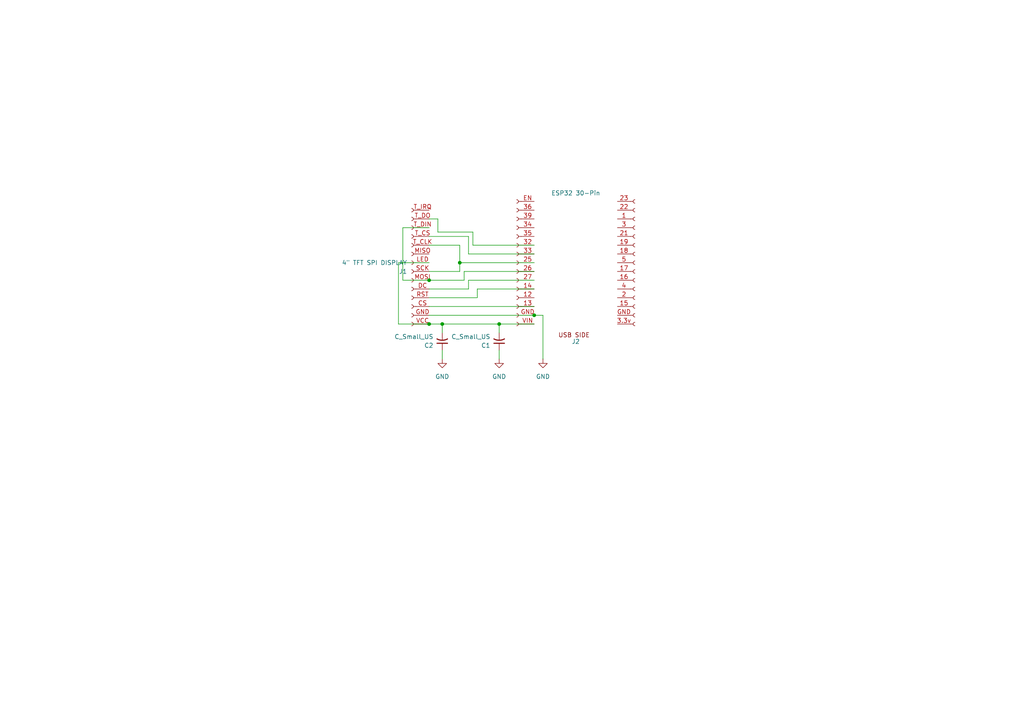
<source format=kicad_sch>
(kicad_sch (version 20250114) (generator "eeschema") (generator_version "9.0")
  (paper "A4")
  (lib_symbols
    (symbol "Connector:ESP32-30pin-Alex" (pin_names (offset 1.016) (hide yes))
      (property "Reference" "J" (at -6.731 -56.261 0))
      (property "Value" "ESP32 30-Pin" (at 1.27 -18.542 0))
      (symbol "ESP32-30pin-Alex_1_1"
        (arc (start -15.875 -20.447) (mid -15.3692 -20.955) (end -15.875 -21.463) (stroke (width 0.1524)))
        (arc (start -15.875 -22.987) (mid -15.3692 -23.495) (end -15.875 -24.003) (stroke (width 0.1524)))
        (arc (start -15.875 -25.527) (mid -15.3692 -26.035) (end -15.875 -26.543) (stroke (width 0.1524)))
        (arc (start -15.875 -28.067) (mid -15.3692 -28.575) (end -15.875 -29.083) (stroke (width 0.1524)))
        (arc (start -15.875 -30.607) (mid -15.3692 -31.115) (end -15.875 -31.623) (stroke (width 0.1524)))
        (arc (start -15.875 -33.147) (mid -15.3692 -33.655) (end -15.875 -34.163) (stroke (width 0.1524)))
        (arc (start -15.875 -35.687) (mid -15.3692 -36.195) (end -15.875 -36.703) (stroke (width 0.1524)))
        (arc (start -15.875 -38.227) (mid -15.3692 -38.735) (end -15.875 -39.243) (stroke (width 0.1524)))
        (arc (start -15.875 -40.767) (mid -15.3692 -41.275) (end -15.875 -41.783) (stroke (width 0.1524)))
        (arc (start -15.875 -43.307) (mid -15.3692 -43.815) (end -15.875 -44.323) (stroke (width 0.1524)))
        (arc (start -15.875 -45.847) (mid -15.3692 -46.355) (end -15.875 -46.863) (stroke (width 0.1524)))
        (arc (start -15.875 -48.387) (mid -15.3692 -48.895) (end -15.875 -49.403) (stroke (width 0.1524)))
        (arc (start -15.875 -50.927) (mid -15.3692 -51.435) (end -15.875 -51.943) (stroke (width 0.1524)))
        (arc (start -15.875 -53.467) (mid -15.3692 -53.975) (end -15.875 -54.483) (stroke (width 0.1524)))
        (arc (start -15.875 -56.007) (mid -15.3692 -56.515) (end -15.875 -57.023) (stroke (width 0.1524)))
        (polyline (pts (xy -14.605 -20.955) (xy -15.367 -20.955)) (stroke (width 0.1524)))
        (polyline (pts (xy -14.605 -23.495) (xy -15.367 -23.495)) (stroke (width 0.1524)))
        (polyline (pts (xy -14.605 -26.035) (xy -15.367 -26.035)) (stroke (width 0.1524)))
        (polyline (pts (xy -14.605 -28.575) (xy -15.367 -28.575)) (stroke (width 0.1524)))
        (polyline (pts (xy -14.605 -31.115) (xy -15.367 -31.115)) (stroke (width 0.1524)))
        (polyline (pts (xy -14.605 -33.655) (xy -15.367 -33.655)) (stroke (width 0.1524)))
        (polyline (pts (xy -14.605 -36.195) (xy -15.367 -36.195)) (stroke (width 0.1524)))
        (polyline (pts (xy -14.605 -38.735) (xy -15.367 -38.735)) (stroke (width 0.1524)))
        (polyline (pts (xy -14.605 -41.275) (xy -15.367 -41.275)) (stroke (width 0.1524)))
        (polyline (pts (xy -14.605 -43.815) (xy -15.367 -43.815)) (stroke (width 0.1524)))
        (polyline (pts (xy -14.605 -46.355) (xy -15.367 -46.355)) (stroke (width 0.1524)))
        (polyline (pts (xy -14.605 -48.895) (xy -15.367 -48.895)) (stroke (width 0.1524)))
        (polyline (pts (xy -14.605 -51.435) (xy -15.367 -51.435)) (stroke (width 0.1524)))
        (polyline (pts (xy -14.605 -53.975) (xy -15.367 -53.975)) (stroke (width 0.1524)))
        (polyline (pts (xy -14.605 -56.515) (xy -15.367 -56.515)) (stroke (width 0.1524)))
        (polyline (pts (xy 17.145 -20.955) (xy 17.907 -20.955)) (stroke (width 0.1524)))
        (polyline (pts (xy 17.145 -23.495) (xy 17.907 -23.495)) (stroke (width 0.1524)))
        (polyline (pts (xy 17.145 -26.035) (xy 17.907 -26.035)) (stroke (width 0.1524)))
        (polyline (pts (xy 17.145 -28.575) (xy 17.907 -28.575)) (stroke (width 0.1524)))
        (polyline (pts (xy 17.145 -31.115) (xy 17.907 -31.115)) (stroke (width 0.1524)))
        (polyline (pts (xy 17.145 -33.655) (xy 17.907 -33.655)) (stroke (width 0.1524)))
        (polyline (pts (xy 17.145 -36.195) (xy 17.907 -36.195)) (stroke (width 0.1524)))
        (polyline (pts (xy 17.145 -38.735) (xy 17.907 -38.735)) (stroke (width 0.1524)))
        (polyline (pts (xy 17.145 -41.275) (xy 17.907 -41.275)) (stroke (width 0.1524)))
        (polyline (pts (xy 17.145 -43.815) (xy 17.907 -43.815)) (stroke (width 0.1524)))
        (polyline (pts (xy 17.145 -46.355) (xy 17.907 -46.355)) (stroke (width 0.1524)))
        (polyline (pts (xy 17.145 -48.895) (xy 17.907 -48.895)) (stroke (width 0.1524)))
        (polyline (pts (xy 17.145 -51.435) (xy 17.907 -51.435)) (stroke (width 0.1524)))
        (polyline (pts (xy 17.145 -53.975) (xy 17.907 -53.975)) (stroke (width 0.1524)))
        (polyline (pts (xy 17.145 -56.515) (xy 17.907 -56.515)) (stroke (width 0.1524)))
        (arc (start 18.415 -21.463) (mid 17.9092 -20.955) (end 18.415 -20.447) (stroke (width 0.1524)))
        (arc (start 18.415 -24.003) (mid 17.9092 -23.495) (end 18.415 -22.987) (stroke (width 0.1524)))
        (arc (start 18.415 -26.543) (mid 17.9092 -26.035) (end 18.415 -25.527) (stroke (width 0.1524)))
        (arc (start 18.415 -29.083) (mid 17.9092 -28.575) (end 18.415 -28.067) (stroke (width 0.1524)))
        (arc (start 18.415 -31.623) (mid 17.9092 -31.115) (end 18.415 -30.607) (stroke (width 0.1524)))
        (arc (start 18.415 -34.163) (mid 17.9092 -33.655) (end 18.415 -33.147) (stroke (width 0.1524)))
        (arc (start 18.415 -36.703) (mid 17.9092 -36.195) (end 18.415 -35.687) (stroke (width 0.1524)))
        (arc (start 18.415 -39.243) (mid 17.9092 -38.735) (end 18.415 -38.227) (stroke (width 0.1524)))
        (arc (start 18.415 -41.783) (mid 17.9092 -41.275) (end 18.415 -40.767) (stroke (width 0.1524)))
        (arc (start 18.415 -44.323) (mid 17.9092 -43.815) (end 18.415 -43.307) (stroke (width 0.1524)))
        (arc (start 18.415 -46.863) (mid 17.9092 -46.355) (end 18.415 -45.847) (stroke (width 0.1524)))
        (arc (start 18.415 -49.403) (mid 17.9092 -48.895) (end 18.415 -48.387) (stroke (width 0.1524)))
        (arc (start 18.415 -51.943) (mid 17.9092 -51.435) (end 18.415 -50.927) (stroke (width 0.1524)))
        (arc (start 18.415 -54.483) (mid 17.9092 -53.975) (end 18.415 -53.467) (stroke (width 0.1524)))
        (arc (start 18.415 -57.023) (mid 17.9092 -56.515) (end 18.415 -56.007) (stroke (width 0.1524)))
        (text "USB SIDE" (at 0.762 -59.69 0) (effects (font (size 1.27 1.27))))
        (pin passive line (at -10.795 -20.955 180) (length 3.81) (name "Pin_15") (number "EN"))
        (pin passive line (at -10.795 -23.495 180) (length 3.81) (name "36") (number "36"))
        (pin passive line (at -10.795 -26.035 180) (length 3.81) (name "Pin_13") (number "39"))
        (pin passive line (at -10.795 -28.575 180) (length 3.81) (name "Pin_12") (number "34"))
        (pin passive line (at -10.795 -31.115 180) (length 3.81) (name "Pin_11") (number "35"))
        (pin passive line (at -10.795 -33.655 180) (length 3.81) (name "Pin_10") (number "32"))
        (pin passive line (at -10.795 -36.195 180) (length 3.81) (name "Pin_9") (number "33"))
        (pin passive line (at -10.795 -38.735 180) (length 3.81) (name "Pin_8") (number "25"))
        (pin passive line (at -10.795 -41.275 180) (length 3.81) (name "Pin_7") (number "26"))
        (pin passive line (at -10.795 -43.815 180) (length 3.81) (name "Pin_6") (number "27"))
        (pin passive line (at -10.795 -46.355 180) (length 3.81) (name "Pin_5") (number "14"))
        (pin passive line (at -10.795 -48.895 180) (length 3.81) (name "Pin_4") (number "12"))
        (pin passive line (at -10.795 -51.435 180) (length 3.81) (name "Pin_3") (number "13"))
        (pin passive line (at -10.795 -53.975 180) (length 3.81) (name "Pin_2") (number "GND"))
        (pin power_out line (at -10.795 -56.515 180) (length 3.81) (name "3.3") (number "VIN"))
        (pin passive line (at 13.335 -20.955 0) (length 3.81) (name "Pin_15") (number "23"))
        (pin passive line (at 13.335 -23.495 0) (length 3.81) (name "Pin_16") (number "22"))
        (pin passive line (at 13.335 -26.035 0) (length 3.81) (name "Pin_17") (number "1"))
        (pin passive line (at 13.335 -28.575 0) (length 3.81) (name "Pin_18") (number "3"))
        (pin passive line (at 13.335 -31.115 0) (length 3.81) (name "Pin_19") (number "21"))
        (pin passive line (at 13.335 -33.655 0) (length 3.81) (name "Pin_20") (number "19"))
        (pin passive line (at 13.335 -36.195 0) (length 3.81) (name "Pin_21") (number "18"))
        (pin passive line (at 13.335 -38.735 0) (length 3.81) (name "Pin_22") (number "5"))
        (pin passive line (at 13.335 -41.275 0) (length 3.81) (name "Pin_23") (number "17"))
        (pin passive line (at 13.335 -43.815 0) (length 3.81) (name "Pin_24") (number "16"))
        (pin passive line (at 13.335 -46.355 0) (length 3.81) (name "Pin_25") (number "4"))
        (pin passive line (at 13.335 -48.895 0) (length 3.81) (name "Pin_27") (number "2"))
        (pin passive line (at 13.335 -51.435 0) (length 3.81) (name "Pin_28") (number "15"))
        (pin passive line (at 13.335 -53.975 0) (length 3.81) (name "Pin_29") (number "GND"))
        (pin power_out line (at 13.335 -56.515 0) (length 3.81) (name "VOUT") (number "3.3v"))
      )
    )
    (symbol "Connector:TFT-4{dblquote}-Alex" (pin_names (offset 1.016) (hide yes))
      (property "Reference" "J1" (at 1.27 0.0001 0))
      (property "Value" "4\" TFT SPI DISPLAY" (at 1.27 -2.5399 0))
      (symbol "TFT-4{dblquote}-Alex_1_1"
        (polyline (pts (xy -1.27 15.24) (xy -0.508 15.24)) (stroke (width 0.1524)))
        (polyline (pts (xy -1.27 12.7) (xy -0.508 12.7)) (stroke (width 0.1524)))
        (polyline (pts (xy -1.27 10.16) (xy -0.508 10.16)) (stroke (width 0.1524)))
        (polyline (pts (xy -1.27 7.62) (xy -0.508 7.62)) (stroke (width 0.1524)))
        (polyline (pts (xy -1.27 5.08) (xy -0.508 5.08)) (stroke (width 0.1524)))
        (polyline (pts (xy -1.27 2.54) (xy -0.508 2.54)) (stroke (width 0.1524)))
        (polyline (pts (xy -1.27 0) (xy -0.508 0)) (stroke (width 0.1524)))
        (polyline (pts (xy -1.27 -2.54) (xy -0.508 -2.54)) (stroke (width 0.1524)))
        (polyline (pts (xy -1.27 -5.08) (xy -0.508 -5.08)) (stroke (width 0.1524)))
        (polyline (pts (xy -1.27 -7.62) (xy -0.508 -7.62)) (stroke (width 0.1524)))
        (polyline (pts (xy -1.27 -10.16) (xy -0.508 -10.16)) (stroke (width 0.1524)))
        (polyline (pts (xy -1.27 -12.7) (xy -0.508 -12.7)) (stroke (width 0.1524)))
        (polyline (pts (xy -1.27 -15.24) (xy -0.508 -15.24)) (stroke (width 0.1524)))
        (polyline (pts (xy -1.27 -17.78) (xy -0.508 -17.78)) (stroke (width 0.1524)))
        (arc (start 0 14.732) (mid -0.5058 15.24) (end 0 15.748) (stroke (width 0.1524)))
        (arc (start 0 12.192) (mid -0.5058 12.7) (end 0 13.208) (stroke (width 0.1524)))
        (arc (start 0 9.652) (mid -0.5058 10.16) (end 0 10.668) (stroke (width 0.1524)))
        (arc (start 0 7.112) (mid -0.5058 7.62) (end 0 8.128) (stroke (width 0.1524)))
        (arc (start 0 4.572) (mid -0.5058 5.08) (end 0 5.588) (stroke (width 0.1524)))
        (arc (start 0 2.032) (mid -0.5058 2.54) (end 0 3.048) (stroke (width 0.1524)))
        (arc (start 0 -0.508) (mid -0.5058 0) (end 0 0.508) (stroke (width 0.1524)))
        (arc (start 0 -3.048) (mid -0.5058 -2.54) (end 0 -2.032) (stroke (width 0.1524)))
        (arc (start 0 -5.588) (mid -0.5058 -5.08) (end 0 -4.572) (stroke (width 0.1524)))
        (arc (start 0 -8.128) (mid -0.5058 -7.62) (end 0 -7.112) (stroke (width 0.1524)))
        (arc (start 0 -10.668) (mid -0.5058 -10.16) (end 0 -9.652) (stroke (width 0.1524)))
        (arc (start 0 -13.208) (mid -0.5058 -12.7) (end 0 -12.192) (stroke (width 0.1524)))
        (arc (start 0 -15.748) (mid -0.5058 -15.24) (end 0 -14.732) (stroke (width 0.1524)))
        (arc (start 0 -18.288) (mid -0.5058 -17.78) (end 0 -17.272) (stroke (width 0.1524)))
        (pin passive line (at -5.08 15.24 0) (length 3.81) (name "Pin_1") (number "VCC"))
        (pin passive line (at -5.08 12.7 0) (length 3.81) (name "Pin_2") (number "GND"))
        (pin passive line (at -5.08 10.16 0) (length 3.81) (name "Pin_3") (number "CS"))
        (pin passive line (at -5.08 7.62 0) (length 3.81) (name "Pin_4") (number "RST"))
        (pin passive line (at -5.08 5.08 0) (length 3.81) (name "Pin_5") (number "DC"))
        (pin passive line (at -5.08 2.54 0) (length 3.81) (name "Pin_6") (number "MOSI"))
        (pin passive line (at -5.08 0 0) (length 3.81) (name "Pin_7") (number "SCK"))
        (pin passive line (at -5.08 -2.54 0) (length 3.81) (name "Pin_8") (number "LED"))
        (pin passive line (at -5.08 -5.08 0) (length 3.81) (name "Pin_9") (number "MISO"))
        (pin passive line (at -5.08 -7.62 0) (length 3.81) (name "Pin_10") (number "T_CLK"))
        (pin passive line (at -5.08 -10.16 0) (length 3.81) (name "") (number "T_CS"))
        (pin passive line (at -5.08 -12.7 0) (length 3.81) (name "Pin_12") (number "T_DIN"))
        (pin passive line (at -5.08 -15.24 0) (length 3.81) (name "") (number "T_DO"))
        (pin passive line (at -5.08 -17.78 0) (length 3.81) (name "") (number "T_IRQ"))
      )
    )
    (symbol "Device:C_Small_US" (pin_numbers (hide yes)) (pin_names (offset 0.254) (hide yes))
      (property "Reference" "C" (at 0.254 1.778 0))
      (property "Value" "C_Small_US" (at 0.254 -2.032 0))
      (symbol "C_Small_US_0_1"
        (polyline (pts (xy -1.524 0.508) (xy 1.524 0.508)) (stroke (width 0.3048)))
        (arc (start -1.524 -0.762) (mid 0 -0.3734) (end 1.524 -0.762) (stroke (width 0.3048)))
      )
      (symbol "C_Small_US_1_1"
        (pin passive line (at 0 2.54 270) (length 2.032) (name "~") (number "1"))
        (pin passive line (at 0 -2.54 90) (length 2.032) (name "~") (number "2"))
      )
    )
    (symbol "power:GND" (power) (pin_numbers (hide yes)) (pin_names (offset 0) (hide yes))
      (property "Value" "GND" (at 0 -3.81 0))
      (symbol "GND_0_1"
        (polyline (pts (xy 0 0) (xy 0 -1.27) (xy 1.27 -1.27) (xy 0 -2.54) (xy -1.27 -1.27) (xy 0 -1.27)))
      )
      (symbol "GND_1_1"
        (pin power_in line (at 0 0 270) (length 0) (name "~") (number "1"))
      )
    )
  )
  (junction (at 128.27 93.98))
  (junction (at 124.46 93.98))
  (junction (at 124.46 81.28))
  (junction (at 133.35 76.2))
  (junction (at 144.78 93.98))
  (junction (at 154.94 91.44))
  (wire (pts (xy 128.27 93.98) (xy 124.46 93.98)))
  (wire (pts (xy 134.62 78.74) (xy 134.62 81.28)))
  (wire (pts (xy 138.43 83.82) (xy 154.94 83.82)))
  (wire (pts (xy 154.94 81.28) (xy 135.89 81.28)))
  (wire (pts (xy 138.43 86.36) (xy 138.43 83.82)))
  (wire (pts (xy 137.16 71.12) (xy 154.94 71.12)))
  (wire (pts (xy 144.78 93.98) (xy 128.27 93.98)))
  (wire (pts (xy 127 67.31) (xy 137.16 67.31)))
  (wire (pts (xy 128.27 104.14) (xy 128.27 101.6)))
  (wire (pts (xy 135.89 68.58) (xy 135.89 73.66)))
  (wire (pts (xy 124.46 81.28) (xy 116.84 81.28)))
  (wire (pts (xy 116.84 81.28) (xy 116.84 66.04)))
  (wire (pts (xy 128.27 96.52) (xy 128.27 93.98)))
  (wire (pts (xy 133.35 71.12) (xy 133.35 76.2)))
  (wire (pts (xy 154.94 93.98) (xy 144.78 93.98)))
  (wire (pts (xy 134.62 81.28) (xy 124.46 81.28)))
  (wire (pts (xy 135.89 83.82) (xy 124.46 83.82)))
  (wire (pts (xy 133.35 78.74) (xy 133.35 76.2)))
  (wire (pts (xy 137.16 67.31) (xy 137.16 71.12)))
  (wire (pts (xy 144.78 96.52) (xy 144.78 93.98)))
  (wire (pts (xy 154.94 78.74) (xy 134.62 78.74)))
  (wire (pts (xy 135.89 81.28) (xy 135.89 83.82)))
  (wire (pts (xy 127 63.5) (xy 127 67.31)))
  (wire (pts (xy 124.46 63.5) (xy 127 63.5)))
  (wire (pts (xy 144.78 104.14) (xy 144.78 101.6)))
  (wire (pts (xy 115.57 76.2) (xy 115.57 93.98)))
  (wire (pts (xy 154.94 91.44) (xy 157.48 91.44)))
  (wire (pts (xy 133.35 76.2) (xy 154.94 76.2)))
  (wire (pts (xy 154.94 91.44) (xy 124.46 91.44)))
  (wire (pts (xy 115.57 93.98) (xy 124.46 93.98)))
  (wire (pts (xy 124.46 76.2) (xy 115.57 76.2)))
  (wire (pts (xy 124.46 71.12) (xy 133.35 71.12)))
  (wire (pts (xy 157.48 91.44) (xy 157.48 104.14)))
  (wire (pts (xy 124.46 68.58) (xy 135.89 68.58)))
  (wire (pts (xy 124.46 78.74) (xy 133.35 78.74)))
  (wire (pts (xy 124.46 86.36) (xy 138.43 86.36)))
  (wire (pts (xy 154.94 88.9) (xy 124.46 88.9)))
  (wire (pts (xy 116.84 66.04) (xy 124.46 66.04)))
  (wire (pts (xy 135.89 73.66) (xy 154.94 73.66)))
  (symbol (lib_id "power:GND") (at 144.78 104.14 0) (unit 1)
    (property "Reference" "#PWR01" (effects (hide yes)))
    (property "Value" "GND" (at 144.78 109.22 0))
    (property "Description" "Power symbol creates a global label with name \"GND\" , ground" (effects (hide yes)))
  )
  (symbol (lib_id "power:GND") (at 157.48 104.14 0) (unit 1)
    (property "Reference" "#PWR03" (effects (hide yes)))
    (property "Value" "GND" (at 157.48 109.22 0))
    (property "Description" "Power symbol creates a global label with name \"GND\" , ground" (effects (hide yes)))
  )
  (symbol (lib_id "power:GND") (at 128.27 104.14 0) (unit 1)
    (property "Reference" "#PWR02" (effects (hide yes)))
    (property "Value" "GND" (at 128.27 109.22 0))
    (property "Description" "Power symbol creates a global label with name \"GND\" , ground" (effects (hide yes)))
  )
  (symbol (lib_id "Connector:ESP32-30pin-Alex") (at 165.735 37.465 0) (unit 1)
    (property "Reference" "J2" (at 167.005 99.06 0))
    (property "Value" "ESP32 30-Pin" (at 167.005 56.007 0))
    (property "Footprint" "RF_Module:ESP32-C3-30pin-Alex" (effects (hide yes)))
    (property "Description" "Generic connector, single row, 01x30, script generated" (effects (hide yes)))
  )
  (symbol (lib_id "Device:C_Small_US") (at 144.78 99.06 180) (unit 1)
    (property "Reference" "C1" (at 142.24 100.2031 0) (effects (justify left)))
    (property "Value" "C_Small_US" (at 142.24 97.6631 0) (effects (justify left)))
    (property "Footprint" "Capacitor_THT:C_Disc_D7.5mm_W4.4mm_P5.00mm" (effects (hide yes)))
    (property "Description" "capacitor, small US symbol" (effects (hide yes)))
  )
  (symbol (lib_id "Device:C_Small_US") (at 128.27 99.06 180) (unit 1)
    (property "Reference" "C2" (at 125.73 100.2031 0) (effects (justify left)))
    (property "Value" "C_Small_US" (at 125.73 97.6631 0) (effects (justify left)))
    (property "Footprint" "Capacitor_THT:C_Disc_D7.5mm_W4.4mm_P5.00mm" (effects (hide yes)))
    (property "Description" "capacitor, small US symbol" (effects (hide yes)))
  )
  (symbol (lib_id "Connector:TFT-4{dblquote}-Alex") (at 119.38 78.74 180) (unit 1)
    (property "Reference" "J1" (at 118.11 78.7401 0) (effects (justify left)))
    (property "Value" "4\" TFT SPI DISPLAY" (at 118.11 76.2001 0) (effects (justify left)))
    (property "Footprint" "Connector_PinSocket_2.54mm:TFT-14pin-Alex" (effects (hide yes)))
    (property "Description" "Generic connector, single row, 01x14, script generated" (effects (hide yes)))
  )
)
</source>
